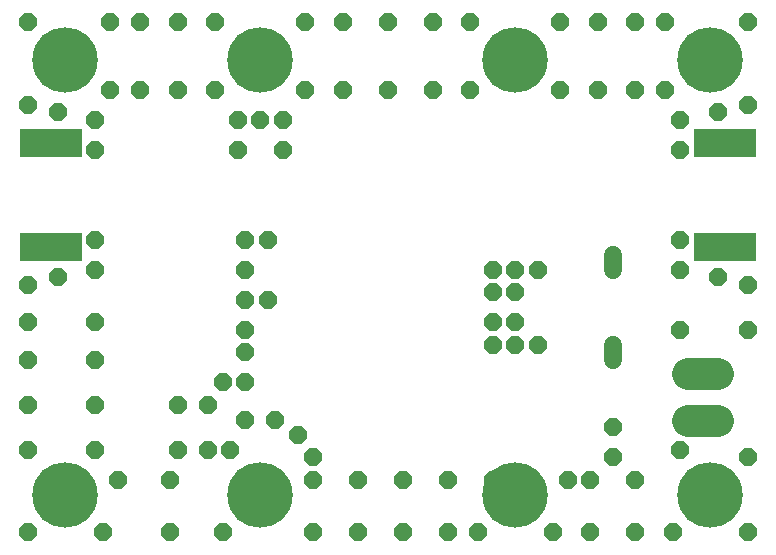
<source format=gbs>
G75*
%MOIN*%
%OFA0B0*%
%FSLAX25Y25*%
%IPPOS*%
%LPD*%
%AMOC8*
5,1,8,0,0,1.08239X$1,22.5*
%
%ADD10C,0.06000*%
%ADD11C,0.10700*%
%ADD12R,0.20800X0.09800*%
%ADD13C,0.21800*%
%ADD14OC8,0.05800*%
D10*
X0236006Y0101333D02*
X0236006Y0106533D01*
X0236006Y0131333D02*
X0236006Y0136533D01*
D11*
X0261056Y0096733D02*
X0270956Y0096733D01*
X0270956Y0081133D02*
X0261056Y0081133D01*
D12*
X0273406Y0139033D03*
X0273406Y0173833D03*
X0048606Y0173833D03*
X0048606Y0139033D03*
D13*
X0053506Y0201433D03*
X0118506Y0201433D03*
X0203506Y0201433D03*
X0268506Y0201433D03*
X0268506Y0056433D03*
X0203506Y0056433D03*
X0118506Y0056433D03*
X0053506Y0056433D03*
D14*
X0041006Y0043933D03*
X0066006Y0043933D03*
X0088506Y0043933D03*
X0106006Y0043933D03*
X0088506Y0061433D03*
X0091006Y0071433D03*
X0101006Y0071433D03*
X0108506Y0071433D03*
X0113506Y0081433D03*
X0123506Y0081433D03*
X0131006Y0076433D03*
X0136006Y0068933D03*
X0136006Y0061433D03*
X0151006Y0061433D03*
X0166006Y0061433D03*
X0181006Y0061433D03*
X0196006Y0061433D03*
X0221006Y0061433D03*
X0228506Y0061433D03*
X0236006Y0068933D03*
X0243506Y0061433D03*
X0258506Y0071433D03*
X0281006Y0068933D03*
X0281006Y0043933D03*
X0256006Y0043933D03*
X0243506Y0043933D03*
X0228506Y0043933D03*
X0216006Y0043933D03*
X0191006Y0043933D03*
X0181006Y0043933D03*
X0166006Y0043933D03*
X0151006Y0043933D03*
X0136006Y0043933D03*
X0101006Y0086433D03*
X0091006Y0086433D03*
X0106006Y0093933D03*
X0113506Y0093933D03*
X0113506Y0103933D03*
X0113506Y0111433D03*
X0113506Y0111433D03*
X0113506Y0121433D03*
X0121006Y0121433D03*
X0113506Y0131433D03*
X0113506Y0141433D03*
X0121006Y0141433D03*
X0126006Y0171433D03*
X0126006Y0181433D03*
X0118506Y0181433D03*
X0111006Y0181433D03*
X0103506Y0191433D03*
X0091006Y0191433D03*
X0078506Y0191433D03*
X0068506Y0191433D03*
X0063506Y0181433D03*
X0051006Y0183933D03*
X0041006Y0186433D03*
X0063506Y0171433D03*
X0063506Y0141433D03*
X0063506Y0131433D03*
X0051006Y0128933D03*
X0041006Y0126433D03*
X0041006Y0113933D03*
X0041006Y0101433D03*
X0041006Y0086433D03*
X0041006Y0071433D03*
X0063506Y0071433D03*
X0071006Y0061433D03*
X0063506Y0086433D03*
X0063506Y0101433D03*
X0063506Y0113933D03*
X0111006Y0171433D03*
X0133506Y0191433D03*
X0146006Y0191433D03*
X0161006Y0191433D03*
X0176006Y0191433D03*
X0188506Y0191433D03*
X0218506Y0191433D03*
X0231006Y0191433D03*
X0243506Y0191433D03*
X0253506Y0191433D03*
X0258506Y0181433D03*
X0271006Y0183933D03*
X0281006Y0186433D03*
X0258506Y0171433D03*
X0258506Y0141433D03*
X0258506Y0131433D03*
X0271006Y0128933D03*
X0281006Y0126433D03*
X0281006Y0111433D03*
X0258506Y0111433D03*
X0236006Y0078933D03*
X0211006Y0106433D03*
X0203506Y0106433D03*
X0196006Y0106433D03*
X0196006Y0113933D03*
X0203506Y0113933D03*
X0203506Y0123933D03*
X0196006Y0123933D03*
X0196006Y0131433D03*
X0203506Y0131433D03*
X0211006Y0131433D03*
X0218506Y0213933D03*
X0231006Y0213933D03*
X0243506Y0213933D03*
X0253506Y0213933D03*
X0281006Y0213933D03*
X0188506Y0213933D03*
X0176006Y0213933D03*
X0161006Y0213933D03*
X0146006Y0213933D03*
X0133506Y0213933D03*
X0103506Y0213933D03*
X0091006Y0213933D03*
X0078506Y0213933D03*
X0068506Y0213933D03*
X0041006Y0213933D03*
M02*

</source>
